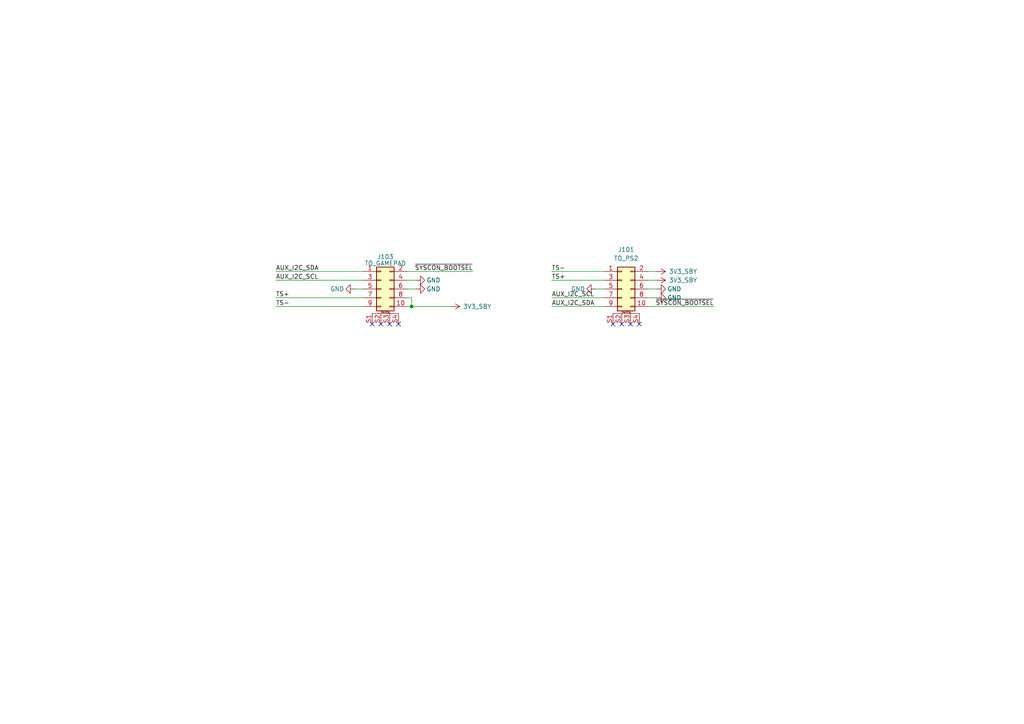
<source format=kicad_sch>
(kicad_sch (version 20230121) (generator eeschema)
  (paper "A4")
  (lib_symbols
    (symbol "PS2:3V5_SBY" (power) (pin_names (offset 0))
      (property "Value" "3V3_SBY" (at 0 3.556 0))
      (symbol "3V5_SBY_0_1"
        (polyline (pts (xy -0.762 1.27) (xy 0 2.54)))
        (polyline (pts (xy 0 0) (xy 0 2.54)))
        (polyline (pts (xy 0 2.54) (xy 0.762 1.27)))
      )
      (symbol "3V5_SBY_1_1"
        (pin power_in line (at 0 0 90) (length 0) hide (name "3V3_SBY") (number "1"))
      )
    )
    (symbol "PS2:DF40C-10DP-0.4V" (pin_names (offset 1.016) hide)
      (property "Reference" "J" (at 1.27 7.62 0))
      (property "Value" "DF40C-10DP" (at 6.35 -7.62 0))
      (symbol "DF40C-10DP-0.4V_1_1"
        (rectangle (start -1.27 -4.953) (end 0 -5.207) (stroke (width 0.1524)))
        (rectangle (start -1.27 -2.413) (end 0 -2.667) (stroke (width 0.1524)))
        (rectangle (start -1.27 0.127) (end 0 -0.127) (stroke (width 0.1524)))
        (rectangle (start -1.27 2.667) (end 0 2.413) (stroke (width 0.1524)))
        (rectangle (start -1.27 5.207) (end 0 4.953) (stroke (width 0.1524)))
        (rectangle (start -1.27 6.35) (end 3.81 -6.35) (stroke (width 0.254)) (fill (type background)))
        (polyline (pts (xy -2.54 -7.112) (xy 5.08 -7.112)) (stroke (width 0.1524)))
        (rectangle (start 3.81 -4.953) (end 2.54 -5.207) (stroke (width 0.1524)))
        (rectangle (start 3.81 -2.413) (end 2.54 -2.667) (stroke (width 0.1524)))
        (rectangle (start 3.81 0.127) (end 2.54 -0.127) (stroke (width 0.1524)))
        (rectangle (start 3.81 2.667) (end 2.54 2.413) (stroke (width 0.1524)))
        (rectangle (start 3.81 5.207) (end 2.54 4.953) (stroke (width 0.1524)))
        (text "Mounting" (at 1.27 -6.731 0) (effects (font (size 0.381 0.381))))
        (pin passive line (at -5.08 5.08 0) (length 3.81) (name "Pin_1") (number "1"))
        (pin passive line (at 7.62 -5.08 180) (length 3.81) (name "Pin_10") (number "10"))
        (pin passive line (at 7.62 5.08 180) (length 3.81) (name "Pin_2") (number "2"))
        (pin passive line (at -5.08 2.54 0) (length 3.81) (name "Pin_3") (number "3"))
        (pin passive line (at 7.62 2.54 180) (length 3.81) (name "Pin_4") (number "4"))
        (pin passive line (at -5.08 0 0) (length 3.81) (name "Pin_5") (number "5"))
        (pin passive line (at 7.62 0 180) (length 3.81) (name "Pin_6") (number "6"))
        (pin passive line (at -5.08 -2.54 0) (length 3.81) (name "Pin_7") (number "7"))
        (pin passive line (at 7.62 -2.54 180) (length 3.81) (name "Pin_8") (number "8"))
        (pin passive line (at -5.08 -5.08 0) (length 3.81) (name "Pin_9") (number "9"))
        (pin passive line (at -2.54 -10.16 90) (length 3.048) (name "MountPin") (number "S1"))
        (pin passive line (at 0 -10.16 90) (length 3.048) (name "MountPin") (number "S2"))
        (pin passive line (at 2.54 -10.16 90) (length 3.048) (name "MountPin") (number "S3"))
        (pin passive line (at 5.08 -10.16 90) (length 3.048) (name "MountPin") (number "S4"))
      )
    )
    (symbol "power:GND" (power) (pin_names (offset 0))
      (property "Value" "GND" (at 0 -3.81 0))
      (symbol "GND_0_1"
        (polyline (pts (xy 0 0) (xy 0 -1.27) (xy 1.27 -1.27) (xy 0 -2.54) (xy -1.27 -1.27) (xy 0 -1.27)))
      )
      (symbol "GND_1_1"
        (pin power_in line (at 0 0 270) (length 0) hide (name "GND") (number "1"))
      )
    )
  )
  (junction (at 119.38 88.9))
  (no_connect (at 177.8 93.98))
  (no_connect (at 113.03 93.98))
  (no_connect (at 185.42 93.98))
  (no_connect (at 107.95 93.98))
  (no_connect (at 180.34 93.98))
  (no_connect (at 182.88 93.98))
  (no_connect (at 110.49 93.98))
  (no_connect (at 115.57 93.98))
  (wire (pts (xy 160.02 81.28) (xy 175.26 81.28)))
  (wire (pts (xy 187.96 78.74) (xy 190.5 78.74)))
  (wire (pts (xy 190.5 83.82) (xy 187.96 83.82)))
  (wire (pts (xy 102.87 83.82) (xy 105.41 83.82)))
  (wire (pts (xy 118.11 88.9) (xy 119.38 88.9)))
  (wire (pts (xy 160.02 78.74) (xy 175.26 78.74)))
  (wire (pts (xy 120.65 81.28) (xy 118.11 81.28)))
  (wire (pts (xy 172.72 83.82) (xy 175.26 83.82)))
  (wire (pts (xy 190.5 81.28) (xy 187.96 81.28)))
  (wire (pts (xy 160.02 86.36) (xy 175.26 86.36)))
  (wire (pts (xy 80.01 88.9) (xy 105.41 88.9)))
  (wire (pts (xy 190.5 86.36) (xy 187.96 86.36)))
  (wire (pts (xy 187.96 88.9) (xy 207.01 88.9)))
  (wire (pts (xy 80.01 81.28) (xy 105.41 81.28)))
  (wire (pts (xy 119.38 86.36) (xy 119.38 88.9)))
  (wire (pts (xy 120.65 83.82) (xy 118.11 83.82)))
  (wire (pts (xy 118.11 86.36) (xy 119.38 86.36)))
  (wire (pts (xy 80.01 86.36) (xy 105.41 86.36)))
  (wire (pts (xy 160.02 88.9) (xy 175.26 88.9)))
  (wire (pts (xy 80.01 78.74) (xy 105.41 78.74)))
  (wire (pts (xy 118.11 78.74) (xy 137.16 78.74)))
  (wire (pts (xy 119.38 88.9) (xy 130.81 88.9)))
  (label "~{SYSCON_BOOTSEL}" (at 207.01 88.9 180))
  (label "AUX_I2C_SCL" (at 80.01 81.28 0))
  (label "TS-" (at 80.01 88.9 0))
  (label "AUX_I2C_SCL" (at 160.02 86.36 0))
  (label "TS+" (at 80.01 86.36 0))
  (label "TS+" (at 160.02 81.28 0))
  (label "AUX_I2C_SDA" (at 160.02 88.9 0))
  (label "AUX_I2C_SDA" (at 80.01 78.74 0))
  (label "~{SYSCON_BOOTSEL}" (at 137.16 78.74 180))
  (label "TS-" (at 160.02 78.74 0))
  (symbol (lib_id "PS2:DF40C-10DP-0.4V") (at 180.34 83.82 0) (unit 1)
    (property "Reference" "J101" (at 181.61 72.39 0))
    (property "Value" "TO_PS2" (at 181.61 74.93 0))
    (property "Footprint" "PS2:DF40C-10DP-0.4V51_HIR" (effects hide))
    (property "Datasheet" "https://www.hirose.com/en/product/document?clcode=&productname=&series=DF40&documenttype=Catalog&lang=en&documentid=en_DF40_CAT" (effects hide))
    (property "Part Number" "DF40C-10DP-0.4V(51)" (effects hide))
  )
  (symbol (lib_id "power:GND") (at 190.5 86.36 90) (unit 1)
    (property "Reference" "#PWR0104" (effects hide))
    (property "Value" "GND" (at 195.58 86.36 90))
  )
  (symbol (lib_id "PS2:3V5_SBY") (at 190.5 81.28 270) (unit 1)
    (property "Reference" "#PWR0106" (effects hide))
    (property "Value" "3V3_SBY" (at 198.12 81.28 90))
  )
  (symbol (lib_id "PS2:3V5_SBY") (at 130.81 88.9 270) (mirror x) (unit 1)
    (property "Reference" "#PWR0132" (effects hide))
    (property "Value" "3V3_SBY" (at 138.43 88.9 90))
  )
  (symbol (lib_id "power:GND") (at 102.87 83.82 270) (mirror x) (unit 1)
    (property "Reference" "#PWR0127" (effects hide))
    (property "Value" "GND" (at 97.79 83.82 90))
  )
  (symbol (lib_id "PS2:3V5_SBY") (at 190.5 78.74 270) (unit 1)
    (property "Reference" "#PWR0107" (effects hide))
    (property "Value" "3V3_SBY" (at 198.12 78.74 90))
  )
  (symbol (lib_id "power:GND") (at 190.5 83.82 90) (unit 1)
    (property "Reference" "#PWR0105" (effects hide))
    (property "Value" "GND" (at 195.58 83.82 90))
  )
  (symbol (lib_id "power:GND") (at 120.65 81.28 90) (mirror x) (unit 1)
    (property "Reference" "#PWR0134" (effects hide))
    (property "Value" "GND" (at 125.73 81.28 90))
  )
  (symbol (lib_id "PS2:DF40C-10DP-0.4V") (at 110.49 83.82 0) (unit 1)
    (property "Reference" "J103" (at 111.76 74.4601 0))
    (property "Value" "TO_GAMEPAD" (at 111.76 76.3811 0))
    (property "Footprint" "PS2:DF40C-10DP-0.4V51_HIR" (effects hide))
    (property "Datasheet" "https://www.hirose.com/en/product/document?clcode=&productname=&series=DF40&documenttype=Catalog&lang=en&documentid=en_DF40_CAT" (effects hide))
    (property "Part Number" "DF40C-10DP-0.4V(51)" (effects hide))
  )
  (symbol (lib_id "power:GND") (at 172.72 83.82 270) (unit 1)
    (property "Reference" "#PWR0101" (effects hide))
    (property "Value" "GND" (at 167.64 83.82 90))
  )
  (symbol (lib_id "power:GND") (at 120.65 83.82 90) (mirror x) (unit 1)
    (property "Reference" "#PWR0135" (effects hide))
    (property "Value" "GND" (at 125.73 83.82 90))
  )
)
</source>
